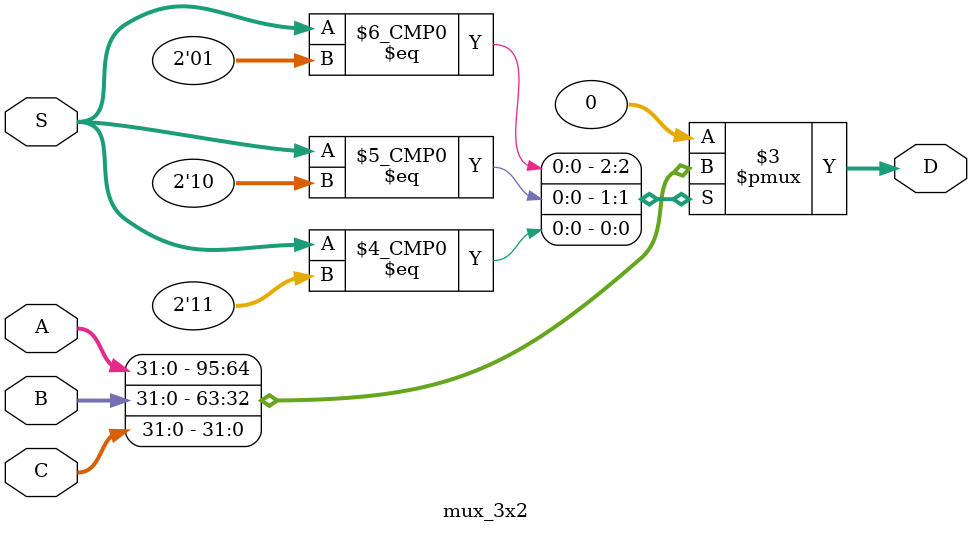
<source format=v>

`timescale 1ns/1ns

module mux_3x2(input [1:0] S, input [31:0] A, input [31:0] B, input [31:0] C, output reg [31:0] D);

  always@(*) begin
    case(S)
      2'b01: D <= A;//stage 1
      2'b10: D <= B;//stage 2
      2'b11: D <= C;//stage 3
      default: D <= 0;
    endcase
  end

endmodule
</source>
